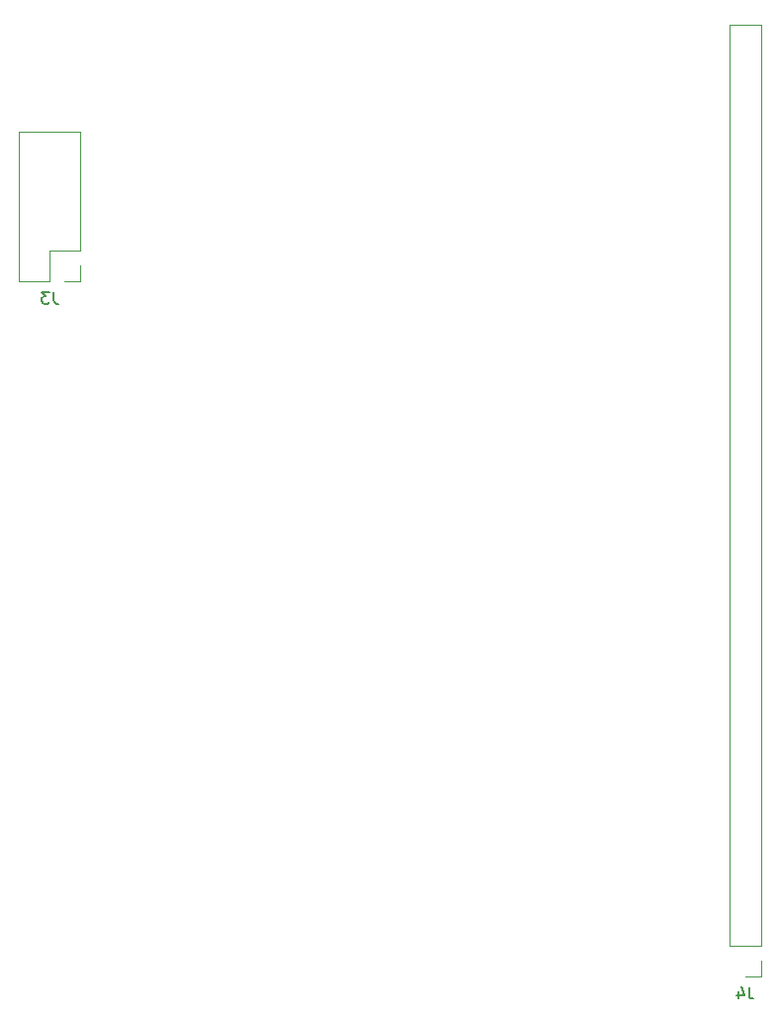
<source format=gbr>
%TF.GenerationSoftware,KiCad,Pcbnew,(5.1.10)-1*%
%TF.CreationDate,2021-10-30T12:19:22-04:00*%
%TF.ProjectId,Processor Board,50726f63-6573-4736-9f72-20426f617264,rev?*%
%TF.SameCoordinates,Original*%
%TF.FileFunction,Legend,Bot*%
%TF.FilePolarity,Positive*%
%FSLAX46Y46*%
G04 Gerber Fmt 4.6, Leading zero omitted, Abs format (unit mm)*
G04 Created by KiCad (PCBNEW (5.1.10)-1) date 2021-10-30 12:19:22*
%MOMM*%
%LPD*%
G01*
G04 APERTURE LIST*
%ADD10C,0.120000*%
%ADD11C,0.150000*%
G04 APERTURE END LIST*
D10*
%TO.C,J3*%
X51370000Y-74130000D02*
X53970000Y-74130000D01*
X51370000Y-74130000D02*
X51370000Y-61310000D01*
X51370000Y-61310000D02*
X56570000Y-61310000D01*
X56570000Y-71530000D02*
X56570000Y-61310000D01*
X53970000Y-71530000D02*
X56570000Y-71530000D01*
X53970000Y-74130000D02*
X53970000Y-71530000D01*
X56570000Y-74130000D02*
X56570000Y-72800000D01*
X55240000Y-74130000D02*
X56570000Y-74130000D01*
%TO.C,J4*%
X112129200Y-130962400D02*
X114789200Y-130962400D01*
X112129200Y-130962400D02*
X112129200Y-52162400D01*
X112129200Y-52162400D02*
X114789200Y-52162400D01*
X114789200Y-130962400D02*
X114789200Y-52162400D01*
X114789200Y-133562400D02*
X114789200Y-132232400D01*
X113459200Y-133562400D02*
X114789200Y-133562400D01*
%TO.C,J3*%
D11*
X54303333Y-75022380D02*
X54303333Y-75736666D01*
X54350952Y-75879523D01*
X54446190Y-75974761D01*
X54589047Y-76022380D01*
X54684285Y-76022380D01*
X53922380Y-75022380D02*
X53303333Y-75022380D01*
X53636666Y-75403333D01*
X53493809Y-75403333D01*
X53398571Y-75450952D01*
X53350952Y-75498571D01*
X53303333Y-75593809D01*
X53303333Y-75831904D01*
X53350952Y-75927142D01*
X53398571Y-75974761D01*
X53493809Y-76022380D01*
X53779523Y-76022380D01*
X53874761Y-75974761D01*
X53922380Y-75927142D01*
%TO.C,J4*%
X113792533Y-134454780D02*
X113792533Y-135169066D01*
X113840152Y-135311923D01*
X113935390Y-135407161D01*
X114078247Y-135454780D01*
X114173485Y-135454780D01*
X112887771Y-134788114D02*
X112887771Y-135454780D01*
X113125866Y-134407161D02*
X113363961Y-135121447D01*
X112744914Y-135121447D01*
%TD*%
M02*

</source>
